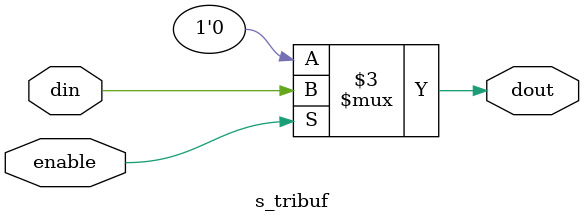
<source format=v>

module ser(
    input clock,
    input enable,
    input load,
    input [31:0]din,
    output dout
);


wire [4:0]count;
wire [31:0]reg_data;
wire d_out;
wire rst;

cnt4bit SEL_MUX(clock,load,count);
data DATA(din,load,clock,rst,reg_data);
mux16x4 MUX16X4(reg_data,count,enable,d_out);
s_tribuf TRIBUFF(enable,d_out,dout);


endmodule



module data(
	input [31:0]din,
	input load,
	input clk,
    output reg rst,
	output reg [31:0]temp
);


always @(posedge clk) begin
	if(load) begin
		temp<=din;
        rst<=1'b0;
	end
	else begin
		temp<=temp;
        rst<=1'b1;
    end
end

endmodule


module cnt4bit(
input clock,
input load,
output reg [4:0]count
);

always @ (posedge clock) begin
    if (!load)
        count<=count+5'd1;
    else
        count<=5'd0;
end

endmodule

module mux16x4 (
	input [31:0]d_in,
	input [4:0]sel,
        input enable,
	output reg d_out
);

always @(*) begin
	d_out<=d_in[sel];
end

endmodule

module s_tribuf(input enable, input din, output reg dout);
always @ (*)
begin
if(enable) dout<=din;
else dout<=1'b0; //for gds, 0
end
endmodule

</source>
